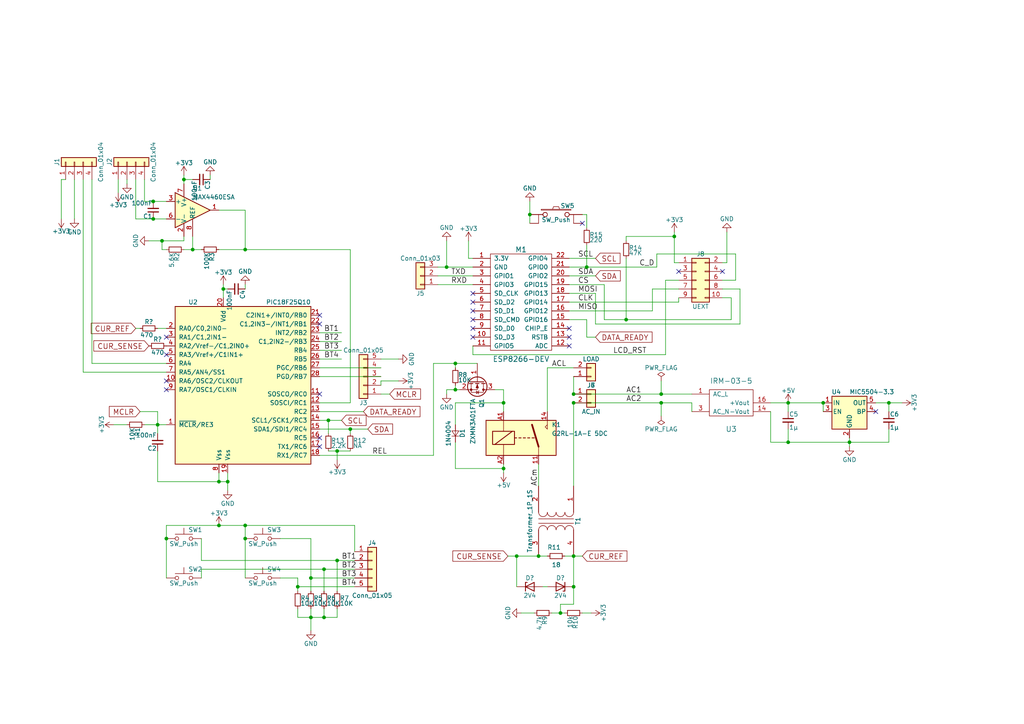
<source format=kicad_sch>
(kicad_sch (version 20211123) (generator eeschema)
  (paper "A4")
  (lib_symbols
    (symbol "Device:D_Zener" (pin_numbers hide) (pin_names (offset 1.016) hide)
      (property "Reference" "D" (at 0 2.54 0))
      (property "Value" "D_Zener" (at 0 -2.54 0))
      (symbol "D_Zener_1_1"
        (pin passive line (at -3.81 0 0) (length 2.54) (name "K") (number "1"))
        (pin passive line (at 3.81 0 180) (length 2.54) (name "A") (number "2"))
      )
    )
    (symbol "Device:R_Small" (pin_numbers hide) (pin_names (offset 0.254) hide)
      (property "Reference" "R" (at 0.762 0.508 0))
      (property "Value" "R_Small" (at 0.762 -1.016 0))
      (symbol "R_Small_1_1"
        (pin passive line (at 0 2.54 270) (length 0.762) (name "~") (number "1"))
        (pin passive line (at 0 -2.54 90) (length 0.762) (name "~") (number "2"))
      )
    )
    (symbol "connected_sensor-rescue:+3.3V" (power) (pin_names (offset 0))
      (property "Value" "connected_sensor-rescue_+3.3V" (at 0 3.556 0))
      (symbol "+3.3V_1_1"
        (pin power_in line (at 0 0 90) (length 0) hide (name "+3V3") (number "1"))
      )
    )
    (symbol "connected_sensor-rescue:+5V" (power) (pin_names (offset 0))
      (property "Value" "connected_sensor-rescue_+5V" (at 0 3.556 0))
      (symbol "+5V_1_1"
        (pin power_in line (at 0 0 90) (length 0) hide (name "+5V") (number "1"))
      )
    )
    (symbol "connected_sensor-rescue:5G" (pin_numbers hide) (pin_names (offset 1.016) hide)
      (property "Reference" "SW" (at 3.81 2.794 0))
      (property "Value" "connected_sensor-rescue_5G" (at 0 -2.032 0))
      (symbol "5G_0_1"
        (pin passive inverted (at -7.62 0 0) (length 5.08) (name "1") (number "1"))
        (pin passive inverted (at 7.62 0 180) (length 5.08) (name "3") (number "3"))
      )
      (symbol "5G_1_1"
        (pin passive line (at -7.62 -2.54 0) (length 2.54) (name "2") (number "2"))
        (pin passive line (at 7.62 -2.54 180) (length 2.54) (name "4") (number "4"))
      )
    )
    (symbol "connected_sensor-rescue:C_Small" (pin_numbers hide) (pin_names (offset 0.254) hide)
      (property "Reference" "C" (at 0.254 1.778 0))
      (property "Value" "connected_sensor-rescue_C_Small" (at 0.254 -2.032 0))
      (symbol "C_Small_1_1"
        (pin passive line (at 0 2.54 270) (length 2.032) (name "~") (number "1"))
        (pin passive line (at 0 -2.54 90) (length 2.032) (name "~") (number "2"))
      )
    )
    (symbol "connected_sensor-rescue:Conn_01x02" (pin_names (offset 1.016) hide)
      (property "Reference" "J" (at 0 2.54 0))
      (property "Value" "connected_sensor-rescue_Conn_01x02" (at 0 -5.08 0))
      (symbol "Conn_01x02_1_1"
        (pin passive line (at -5.08 0 0) (length 3.81) (name "Pin_1") (number "1"))
        (pin passive line (at -5.08 -2.54 0) (length 3.81) (name "Pin_2") (number "2"))
      )
    )
    (symbol "connected_sensor-rescue:Conn_01x03" (pin_names (offset 1.016) hide)
      (property "Reference" "J" (at 0 5.08 0))
      (property "Value" "connected_sensor-rescue_Conn_01x03" (at 0 -5.08 0))
      (symbol "Conn_01x03_1_1"
        (pin passive line (at -5.08 2.54 0) (length 3.81) (name "Pin_1") (number "1"))
        (pin passive line (at -5.08 0 0) (length 3.81) (name "Pin_2") (number "2"))
        (pin passive line (at -5.08 -2.54 0) (length 3.81) (name "Pin_3") (number "3"))
      )
    )
    (symbol "connected_sensor-rescue:Conn_01x04" (pin_names (offset 1.016) hide)
      (property "Reference" "J" (at 0 5.08 0))
      (property "Value" "connected_sensor-rescue_Conn_01x04" (at 0 -7.62 0))
      (symbol "Conn_01x04_1_1"
        (pin passive line (at -5.08 2.54 0) (length 3.81) (name "Pin_1") (number "1"))
        (pin passive line (at -5.08 0 0) (length 3.81) (name "Pin_2") (number "2"))
        (pin passive line (at -5.08 -2.54 0) (length 3.81) (name "Pin_3") (number "3"))
        (pin passive line (at -5.08 -5.08 0) (length 3.81) (name "Pin_4") (number "4"))
      )
    )
    (symbol "connected_sensor-rescue:Conn_01x05" (pin_names (offset 1.016) hide)
      (property "Reference" "J" (at 0 7.62 0))
      (property "Value" "connected_sensor-rescue_Conn_01x05" (at 0 -7.62 0))
      (symbol "Conn_01x05_1_1"
        (pin passive line (at -5.08 5.08 0) (length 3.81) (name "Pin_1") (number "1"))
        (pin passive line (at -5.08 2.54 0) (length 3.81) (name "Pin_2") (number "2"))
        (pin passive line (at -5.08 0 0) (length 3.81) (name "Pin_3") (number "3"))
        (pin passive line (at -5.08 -2.54 0) (length 3.81) (name "Pin_4") (number "4"))
        (pin passive line (at -5.08 -5.08 0) (length 3.81) (name "Pin_5") (number "5"))
      )
    )
    (symbol "connected_sensor-rescue:Conn_02x05_Odd_Even" (pin_names (offset 1.016) hide)
      (property "Reference" "J" (at 1.27 7.62 0))
      (property "Value" "connected_sensor-rescue_Conn_02x05_Odd_Even" (at 1.27 -7.62 0))
      (symbol "Conn_02x05_Odd_Even_1_1"
        (pin passive line (at -5.08 5.08 0) (length 3.81) (name "Pin_1") (number "1"))
        (pin passive line (at 7.62 -5.08 180) (length 3.81) (name "Pin_10") (number "10"))
        (pin passive line (at 7.62 5.08 180) (length 3.81) (name "Pin_2") (number "2"))
        (pin passive line (at -5.08 2.54 0) (length 3.81) (name "Pin_3") (number "3"))
        (pin passive line (at 7.62 2.54 180) (length 3.81) (name "Pin_4") (number "4"))
        (pin passive line (at -5.08 0 0) (length 3.81) (name "Pin_5") (number "5"))
        (pin passive line (at 7.62 0 180) (length 3.81) (name "Pin_6") (number "6"))
        (pin passive line (at -5.08 -2.54 0) (length 3.81) (name "Pin_7") (number "7"))
        (pin passive line (at 7.62 -2.54 180) (length 3.81) (name "Pin_8") (number "8"))
        (pin passive line (at -5.08 -5.08 0) (length 3.81) (name "Pin_9") (number "9"))
      )
    )
    (symbol "connected_sensor-rescue:D_Small" (pin_numbers hide) (pin_names (offset 0.254) hide)
      (property "Reference" "D" (at -1.27 2.032 0))
      (property "Value" "connected_sensor-rescue_D_Small" (at -3.81 -2.032 0))
      (symbol "D_Small_1_1"
        (pin passive line (at -2.54 0 0) (length 1.778) (name "K") (number "1"))
        (pin passive line (at 2.54 0 180) (length 1.778) (name "A") (number "2"))
      )
    )
    (symbol "connected_sensor-rescue:ESP8266-DEV" (pin_names (offset 1.016))
      (property "Reference" "M" (at 0 11.43 0))
      (property "Value" "connected_sensor-rescue_ESP8266-DEV" (at 0 -20.32 0))
      (symbol "ESP8266-DEV_1_1"
        (pin power_in line (at -13.97 8.89 0) (length 5.08) (name "3.3V") (number "1"))
        (pin bidirectional line (at -13.97 -13.97 0) (length 5.08) (name "SD_D3") (number "10"))
        (pin bidirectional line (at -13.97 -16.51 0) (length 5.08) (name "GPIO5") (number "11"))
        (pin input line (at 13.97 -16.51 180) (length 5.08) (name "ADC") (number "12"))
        (pin input line (at 13.97 -13.97 180) (length 5.08) (name "RSTB") (number "13"))
        (pin input line (at 13.97 -11.43 180) (length 5.08) (name "CHIP_E") (number "14"))
        (pin bidirectional line (at 13.97 -8.89 180) (length 5.08) (name "GPIO16") (number "15"))
        (pin bidirectional line (at 13.97 -6.35 180) (length 5.08) (name "GPIO12") (number "16"))
        (pin bidirectional line (at 13.97 -3.81 180) (length 5.08) (name "GPIO14") (number "17"))
        (pin bidirectional line (at 13.97 -1.27 180) (length 5.08) (name "GPIO13") (number "18"))
        (pin bidirectional line (at 13.97 1.27 180) (length 5.08) (name "GPIO15") (number "19"))
        (pin power_in line (at -13.97 6.35 0) (length 5.08) (name "GND") (number "2"))
        (pin bidirectional line (at 13.97 3.81 180) (length 5.08) (name "GPIO2") (number "20"))
        (pin bidirectional line (at 13.97 6.35 180) (length 5.08) (name "GPIO0") (number "21"))
        (pin bidirectional line (at 13.97 8.89 180) (length 5.08) (name "GPIO4") (number "22"))
        (pin bidirectional line (at -13.97 3.81 0) (length 5.08) (name "GPIO1") (number "3"))
        (pin bidirectional line (at -13.97 1.27 0) (length 5.08) (name "GPIO3") (number "4"))
        (pin bidirectional line (at -13.97 -1.27 0) (length 5.08) (name "SD_CLK") (number "5"))
        (pin bidirectional line (at -13.97 -3.81 0) (length 5.08) (name "SD_D2") (number "6"))
        (pin bidirectional line (at -13.97 -6.35 0) (length 5.08) (name "SD_D1") (number "7"))
        (pin bidirectional line (at -13.97 -8.89 0) (length 5.08) (name "SD_CMD") (number "8"))
        (pin bidirectional line (at -13.97 -11.43 0) (length 5.08) (name "SD_D0") (number "9"))
      )
    )
    (symbol "connected_sensor-rescue:GND" (power) (pin_names (offset 0))
      (property "Value" "connected_sensor-rescue_GND" (at 0 -3.81 0))
      (symbol "GND_1_1"
        (pin power_in line (at 0 0 270) (length 0) hide (name "GND") (number "1"))
      )
    )
    (symbol "connected_sensor-rescue:IRM-03" (pin_names (offset 1.016))
      (property "Reference" "U" (at 0 7.62 0))
      (property "Value" "connected_sensor-rescue_IRM-03" (at 0 -6.35 0))
      (symbol "IRM-03_1_1"
        (pin power_in line (at -11.43 -2.54 0) (length 5.08) (name "AC_L") (number "1"))
        (pin power_out line (at 11.43 2.54 180) (length 5.08) (name "-Vout") (number "14"))
        (pin power_out line (at 11.43 0 180) (length 5.08) (name "+Vout") (number "16"))
        (pin power_in line (at -11.43 2.54 0) (length 5.08) (name "AC_N") (number "3"))
      )
    )
    (symbol "connected_sensor-rescue:MAX4460ESA" (pin_names (offset 0.0254))
      (property "Reference" "U" (at 0 6.35 0))
      (property "Value" "connected_sensor-rescue_MAX4460ESA" (at 0 3.81 0))
      (symbol "MAX4460ESA_1_1"
        (pin output line (at 7.62 0 180) (length 2.54) (name "~") (number "1"))
        (pin power_in line (at -2.54 -7.62 90) (length 3.81) (name "V-") (number "2"))
        (pin input line (at -7.62 2.54 0) (length 2.54) (name "+") (number "3"))
        (pin input line (at -7.62 -2.54 0) (length 2.54) (name "-") (number "6"))
        (pin power_in line (at -2.54 7.62 270) (length 3.81) (name "V+") (number "7"))
        (pin input line (at 0 -7.62 90) (length 5.08) (name "REF") (number "8"))
      )
    )
    (symbol "connected_sensor-rescue:MIC5205-3.3" (pin_names (offset 0.254))
      (property "Reference" "U" (at -3.81 5.715 0))
      (property "Value" "connected_sensor-rescue_MIC5205-3.3" (at 0 5.715 0))
      (symbol "MIC5205-3.3_1_1"
        (pin power_in line (at -7.62 2.54 0) (length 2.54) (name "IN") (number "1"))
        (pin power_in line (at 0 -7.62 90) (length 2.54) (name "GND") (number "2"))
        (pin input line (at -7.62 0 0) (length 2.54) (name "EN") (number "3"))
        (pin input line (at 7.62 0 180) (length 2.54) (name "BP") (number "4"))
        (pin power_out line (at 7.62 2.54 180) (length 2.54) (name "OUT") (number "5"))
      )
    )
    (symbol "connected_sensor-rescue:PIC18F25Q10" (pin_names (offset 1.016))
      (property "Reference" "U" (at -17.78 24.13 0))
      (property "Value" "connected_sensor-rescue_PIC18F25Q10" (at 17.78 24.13 0))
      (symbol "PIC18F25Q10_1_1"
        (pin bidirectional line (at -24.13 -11.43 0) (length 2.54) (name "~{MCLR}/RE3") (number "1"))
        (pin input line (at -24.13 1.27 0) (length 2.54) (name "RA6/OSC2/CLKOUT") (number "10"))
        (pin bidirectional line (at 20.32 -2.54 180) (length 2.54) (name "SOSCO/RC0") (number "11"))
        (pin bidirectional line (at 20.32 -5.08 180) (length 2.54) (name "SOSCI/RC1") (number "12"))
        (pin bidirectional line (at 20.32 -7.62 180) (length 2.54) (name "RC2") (number "13"))
        (pin bidirectional line (at 20.32 -10.16 180) (length 2.54) (name "SCL1/SCK1/RC3") (number "14"))
        (pin bidirectional line (at 20.32 -12.7 180) (length 2.54) (name "SDA1/SDI1/RC4") (number "15"))
        (pin bidirectional line (at 20.32 -15.24 180) (length 2.54) (name "RC5") (number "16"))
        (pin bidirectional line (at 20.32 -17.78 180) (length 2.54) (name "TX1/RC6") (number "17"))
        (pin bidirectional line (at 20.32 -20.32 180) (length 2.54) (name "RX1/RC7") (number "18"))
        (pin power_in line (at -6.35 -25.4 90) (length 2.54) (name "Vss") (number "19"))
        (pin bidirectional line (at -24.13 16.51 0) (length 2.54) (name "RA0/C0,2IN0-") (number "2"))
        (pin power_in line (at -7.62 25.4 270) (length 2.54) (name "Vdd") (number "20"))
        (pin bidirectional line (at 20.32 20.32 180) (length 2.54) (name "C2IN1+/INT0/RB0") (number "21"))
        (pin bidirectional line (at 20.32 17.78 180) (length 2.54) (name "C1,2IN3-/INT1/RB1") (number "22"))
        (pin bidirectional line (at 20.32 15.24 180) (length 2.54) (name "INT2/RB2") (number "23"))
        (pin bidirectional line (at 20.32 12.7 180) (length 2.54) (name "C1,2IN2-/RB3") (number "24"))
        (pin bidirectional line (at 20.32 10.16 180) (length 2.54) (name "RB4") (number "25"))
        (pin bidirectional line (at 20.32 7.62 180) (length 2.54) (name "RB5") (number "26"))
        (pin bidirectional line (at 20.32 5.08 180) (length 2.54) (name "PGC/RB6") (number "27"))
        (pin bidirectional line (at 20.32 2.54 180) (length 2.54) (name "PGD/RB7") (number "28"))
        (pin bidirectional line (at -24.13 13.97 0) (length 2.54) (name "RA1/C1,2IN1-") (number "3"))
        (pin bidirectional line (at -24.13 11.43 0) (length 2.54) (name "RA2/Vref-/C1,2IN0+") (number "4"))
        (pin bidirectional line (at -24.13 8.89 0) (length 2.54) (name "RA3/Vref+/C1IN1+") (number "5"))
        (pin bidirectional line (at -24.13 6.35 0) (length 2.54) (name "RA4") (number "6"))
        (pin bidirectional line (at -24.13 3.81 0) (length 2.54) (name "RA5/AN4/SS1") (number "7"))
        (pin power_in line (at -8.89 -25.4 90) (length 2.54) (name "Vss") (number "8"))
        (pin input line (at -24.13 -1.27 0) (length 2.54) (name "RA7/OSC1/CLKIN") (number "9"))
      )
    )
    (symbol "connected_sensor-rescue:PWR_FLAG" (power) (pin_numbers hide) (pin_names (offset 0) hide)
      (property "Value" "connected_sensor-rescue_PWR_FLAG" (at 0 3.81 0))
      (symbol "PWR_FLAG_0_0"
        (pin power_out line (at 0 0 90) (length 0) (name "pwr") (number "1"))
      )
    )
    (symbol "connected_sensor-rescue:Q_NMOS_GSD" (pin_names (offset 0) hide)
      (property "Reference" "Q" (at 5.08 1.27 0))
      (property "Value" "connected_sensor-rescue_Q_NMOS_GSD" (at 5.08 -1.27 0))
      (symbol "Q_NMOS_GSD_1_1"
        (pin input line (at -5.08 0 0) (length 5.08) (name "G") (number "1"))
        (pin passive line (at 2.54 -5.08 90) (length 2.54) (name "S") (number "2"))
        (pin passive line (at 2.54 5.08 270) (length 2.54) (name "D") (number "3"))
      )
    )
    (symbol "connected_sensor-rescue:RM50-xx21" (pin_names (offset 1.016))
      (property "Reference" "K" (at 11.43 3.81 0))
      (property "Value" "connected_sensor-rescue_RM50-xx21" (at 11.43 1.27 0))
      (symbol "RM50-xx21_1_1"
        (pin passive line (at 5.08 -7.62 90) (length 2.54) (name "~") (number "11"))
        (pin passive line (at 7.62 7.62 270) (length 2.54) (name "~") (number "14"))
        (pin passive line (at -5.08 7.62 270) (length 2.54) (name "~") (number "A1"))
        (pin passive line (at -5.08 -7.62 90) (length 2.54) (name "~") (number "A2"))
      )
    )
    (symbol "connected_sensor-rescue:R_Small" (pin_numbers hide) (pin_names (offset 0.254) hide)
      (property "Reference" "R" (at 0.762 0.508 0))
      (property "Value" "connected_sensor-rescue_R_Small" (at 0.762 -1.016 0))
      (symbol "R_Small_1_1"
        (pin passive line (at 0 2.54 270) (length 0.762) (name "~") (number "1"))
        (pin passive line (at 0 -2.54 90) (length 0.762) (name "~") (number "2"))
      )
    )
    (symbol "connected_sensor-rescue:SW_Push" (pin_numbers hide) (pin_names (offset 1.016) hide)
      (property "Reference" "SW" (at 1.27 2.54 0))
      (property "Value" "connected_sensor-rescue_SW_Push" (at 0 -1.524 0))
      (symbol "SW_Push_0_1"
        (pin passive line (at -5.08 0 0) (length 2.54) (name "1") (number "1"))
        (pin passive line (at 5.08 0 180) (length 2.54) (name "2") (number "2"))
      )
    )
    (symbol "connected_sensor-rescue:Transformer_1P_1S" (pin_names (offset 1.016) hide)
      (property "Reference" "T" (at 0 6.35 0))
      (property "Value" "connected_sensor-rescue_Transformer_1P_1S" (at 0 -7.62 0))
      (symbol "Transformer_1P_1S_1_1"
        (pin passive line (at -10.16 5.08 0) (length 7.62) (name "AA") (number "1"))
        (pin passive line (at -10.16 -5.08 0) (length 7.62) (name "AB") (number "2"))
        (pin passive line (at 10.16 -5.08 180) (length 7.62) (name "SA") (number "3"))
        (pin passive line (at 10.16 5.08 180) (length 7.62) (name "SB") (number "4"))
      )
    )
  )
  (junction (at 195.58 68.58))
  (junction (at 170.18 77.47))
  (junction (at 71.12 156.21))
  (junction (at 166.37 114.3))
  (junction (at 55.88 72.39))
  (junction (at 191.77 114.3))
  (junction (at 257.81 116.84))
  (junction (at 63.5 139.7))
  (junction (at 64.77 83.82))
  (junction (at 166.37 170.18))
  (junction (at 166.37 161.29))
  (junction (at 93.98 165.1))
  (junction (at 90.17 167.64))
  (junction (at 101.6 124.46))
  (junction (at 48.26 156.21))
  (junction (at 149.86 161.29))
  (junction (at 132.08 113.03))
  (junction (at 153.67 62.23))
  (junction (at 166.37 116.84))
  (junction (at 63.5 152.4))
  (junction (at 181.61 92.71))
  (junction (at 45.72 123.19))
  (junction (at 146.05 135.89))
  (junction (at 228.6 116.84))
  (junction (at 129.54 77.47))
  (junction (at 71.12 72.39))
  (junction (at 53.34 52.07))
  (junction (at 93.98 179.07))
  (junction (at 71.12 152.4))
  (junction (at 191.77 116.84))
  (junction (at 156.21 161.29))
  (junction (at 44.45 63.5))
  (junction (at 246.38 128.27))
  (junction (at 44.45 58.42))
  (junction (at 86.36 170.18))
  (junction (at 97.79 162.56))
  (junction (at 66.04 139.7))
  (junction (at 238.76 116.84))
  (junction (at 132.08 105.41))
  (junction (at 162.56 177.8))
  (junction (at 46.99 69.85))
  (junction (at 95.25 121.92))
  (junction (at 146.05 116.84))
  (junction (at 90.17 179.07))
  (junction (at 97.79 130.81))
  (junction (at 228.6 128.27))
  (no_connect (at 92.71 91.44))
  (no_connect (at 48.26 102.87))
  (no_connect (at 92.71 127))
  (no_connect (at 254 119.38))
  (no_connect (at 137.16 97.79))
  (no_connect (at 165.1 100.33))
  (no_connect (at 137.16 95.25))
  (no_connect (at 137.16 85.09))
  (no_connect (at 196.85 78.74))
  (no_connect (at 209.55 78.74))
  (no_connect (at 168.91 64.77))
  (no_connect (at 137.16 92.71))
  (no_connect (at 48.26 97.79))
  (no_connect (at 137.16 90.17))
  (no_connect (at 165.1 95.25))
  (no_connect (at 48.26 110.49))
  (no_connect (at 48.26 113.03))
  (no_connect (at 92.71 93.98))
  (no_connect (at 165.1 97.79))
  (no_connect (at 137.16 87.63))
  (no_connect (at 92.71 114.3))
  (no_connect (at 92.71 129.54))
  (wire (pts (xy 41.91 123.19) (xy 45.72 123.19)))
  (wire (pts (xy 165.1 77.47) (xy 170.18 77.47)))
  (wire (pts (xy 257.81 128.27) (xy 257.81 124.46)))
  (wire (pts (xy 166.37 170.18) (xy 166.37 175.26)))
  (wire (pts (xy 92.71 106.68) (xy 110.49 106.68)))
  (wire (pts (xy 191.77 116.84) (xy 191.77 120.65)))
  (wire (pts (xy 97.79 130.81) (xy 97.79 133.35)))
  (wire (pts (xy 153.67 62.23) (xy 153.67 64.77)))
  (wire (pts (xy 115.57 104.14) (xy 110.49 104.14)))
  (wire (pts (xy 105.41 119.38) (xy 92.71 119.38)))
  (wire (pts (xy 153.67 58.42) (xy 153.67 62.23)))
  (wire (pts (xy 24.13 107.95) (xy 48.26 107.95)))
  (wire (pts (xy 113.03 114.3) (xy 110.49 114.3)))
  (wire (pts (xy 66.04 139.7) (xy 66.04 142.24)))
  (wire (pts (xy 129.54 77.47) (xy 137.16 77.47)))
  (wire (pts (xy 212.09 92.71) (xy 212.09 86.36)))
  (wire (pts (xy 228.6 124.46) (xy 228.6 128.27)))
  (wire (pts (xy 92.71 109.22) (xy 110.49 109.22)))
  (wire (pts (xy 44.45 58.42) (xy 48.26 58.42)))
  (wire (pts (xy 166.37 116.84) (xy 166.37 140.97)))
  (wire (pts (xy 132.08 135.89) (xy 132.08 128.27)))
  (wire (pts (xy 191.77 116.84) (xy 200.66 116.84)))
  (wire (pts (xy 195.58 76.2) (xy 196.85 76.2)))
  (wire (pts (xy 53.34 52.07) (xy 53.34 53.34)))
  (wire (pts (xy 101.6 124.46) (xy 106.68 124.46)))
  (wire (pts (xy 86.36 170.18) (xy 102.87 170.18)))
  (wire (pts (xy 90.17 176.53) (xy 90.17 179.07)))
  (wire (pts (xy 93.98 171.45) (xy 93.98 165.1)))
  (wire (pts (xy 48.26 152.4) (xy 63.5 152.4)))
  (wire (pts (xy 19.05 52.07) (xy 17.78 52.07)))
  (wire (pts (xy 58.42 165.1) (xy 93.98 165.1)))
  (wire (pts (xy 127 77.47) (xy 129.54 77.47)))
  (wire (pts (xy 48.26 156.21) (xy 48.26 167.64)))
  (wire (pts (xy 223.52 119.38) (xy 223.52 128.27)))
  (wire (pts (xy 146.05 134.62) (xy 146.05 135.89)))
  (wire (pts (xy 165.1 85.09) (xy 172.72 85.09)))
  (wire (pts (xy 55.88 72.39) (xy 58.42 72.39)))
  (wire (pts (xy 158.75 106.68) (xy 166.37 106.68)))
  (wire (pts (xy 86.36 170.18) (xy 86.36 171.45)))
  (wire (pts (xy 181.61 92.71) (xy 212.09 92.71)))
  (wire (pts (xy 95.25 121.92) (xy 99.06 121.92)))
  (wire (pts (xy 86.36 179.07) (xy 90.17 179.07)))
  (wire (pts (xy 170.18 92.71) (xy 165.1 92.71)))
  (wire (pts (xy 156.21 134.62) (xy 156.21 140.97)))
  (wire (pts (xy 162.56 175.26) (xy 162.56 177.8)))
  (wire (pts (xy 246.38 128.27) (xy 246.38 129.54)))
  (wire (pts (xy 154.94 177.8) (xy 151.13 177.8)))
  (wire (pts (xy 246.38 128.27) (xy 257.81 128.27)))
  (wire (pts (xy 135.89 74.93) (xy 137.16 74.93)))
  (wire (pts (xy 135.89 69.85) (xy 135.89 74.93)))
  (wire (pts (xy 254 116.84) (xy 257.81 116.84)))
  (wire (pts (xy 190.5 77.47) (xy 190.5 73.66)))
  (wire (pts (xy 66.04 83.82) (xy 64.77 83.82)))
  (wire (pts (xy 81.28 167.64) (xy 86.36 167.64)))
  (wire (pts (xy 86.36 167.64) (xy 86.36 170.18)))
  (wire (pts (xy 81.28 156.21) (xy 90.17 156.21)))
  (wire (pts (xy 157.48 170.18) (xy 158.75 170.18)))
  (wire (pts (xy 175.26 92.71) (xy 181.61 92.71)))
  (wire (pts (xy 246.38 127) (xy 246.38 128.27)))
  (wire (pts (xy 223.52 128.27) (xy 228.6 128.27)))
  (wire (pts (xy 63.5 60.96) (xy 71.12 60.96)))
  (wire (pts (xy 45.72 139.7) (xy 63.5 139.7)))
  (wire (pts (xy 127 80.01) (xy 137.16 80.01)))
  (wire (pts (xy 166.37 114.3) (xy 191.77 114.3)))
  (wire (pts (xy 86.36 176.53) (xy 86.36 179.07)))
  (wire (pts (xy 146.05 116.84) (xy 146.05 119.38)))
  (wire (pts (xy 172.72 93.98) (xy 214.63 93.98)))
  (wire (pts (xy 146.05 135.89) (xy 146.05 137.16)))
  (wire (pts (xy 21.59 52.07) (xy 21.59 63.5)))
  (wire (pts (xy 53.34 50.8) (xy 53.34 52.07)))
  (wire (pts (xy 165.1 82.55) (xy 175.26 82.55)))
  (wire (pts (xy 45.72 119.38) (xy 45.72 123.19)))
  (wire (pts (xy 228.6 116.84) (xy 238.76 116.84)))
  (wire (pts (xy 228.6 128.27) (xy 246.38 128.27)))
  (wire (pts (xy 63.5 139.7) (xy 66.04 139.7)))
  (wire (pts (xy 214.63 93.98) (xy 214.63 83.82)))
  (wire (pts (xy 166.37 161.29) (xy 166.37 170.18)))
  (wire (pts (xy 110.49 110.49) (xy 110.49 111.76)))
  (wire (pts (xy 39.37 63.5) (xy 44.45 63.5)))
  (wire (pts (xy 53.34 72.39) (xy 55.88 72.39)))
  (wire (pts (xy 196.85 81.28) (xy 193.04 81.28)))
  (wire (pts (xy 45.72 123.19) (xy 45.72 125.73)))
  (wire (pts (xy 66.04 137.16) (xy 66.04 139.7)))
  (wire (pts (xy 168.91 177.8) (xy 171.45 177.8)))
  (wire (pts (xy 92.71 124.46) (xy 101.6 124.46)))
  (wire (pts (xy 60.96 50.8) (xy 60.96 52.07)))
  (wire (pts (xy 92.71 101.6) (xy 99.06 101.6)))
  (wire (pts (xy 48.26 72.39) (xy 46.99 72.39)))
  (wire (pts (xy 24.13 52.07) (xy 24.13 107.95)))
  (wire (pts (xy 90.17 179.07) (xy 93.98 179.07)))
  (wire (pts (xy 93.98 165.1) (xy 102.87 165.1)))
  (wire (pts (xy 129.54 113.03) (xy 129.54 114.3)))
  (wire (pts (xy 44.45 63.5) (xy 48.26 63.5)))
  (wire (pts (xy 181.61 68.58) (xy 195.58 68.58)))
  (wire (pts (xy 191.77 114.3) (xy 200.66 114.3)))
  (wire (pts (xy 97.79 171.45) (xy 97.79 162.56)))
  (wire (pts (xy 195.58 68.58) (xy 195.58 76.2)))
  (wire (pts (xy 196.85 87.63) (xy 196.85 86.36)))
  (wire (pts (xy 95.25 130.81) (xy 97.79 130.81)))
  (wire (pts (xy 93.98 179.07) (xy 97.79 179.07)))
  (wire (pts (xy 55.88 52.07) (xy 53.34 52.07)))
  (wire (pts (xy 115.57 110.49) (xy 110.49 110.49)))
  (wire (pts (xy 189.23 90.17) (xy 189.23 83.82)))
  (wire (pts (xy 170.18 62.23) (xy 168.91 62.23)))
  (wire (pts (xy 97.79 162.56) (xy 102.87 162.56)))
  (wire (pts (xy 210.82 67.31) (xy 210.82 76.2)))
  (wire (pts (xy 165.1 74.93) (xy 172.72 74.93)))
  (wire (pts (xy 213.36 73.66) (xy 213.36 81.28)))
  (wire (pts (xy 172.72 97.79) (xy 170.18 97.79)))
  (wire (pts (xy 71.12 156.21) (xy 71.12 167.64)))
  (wire (pts (xy 90.17 156.21) (xy 90.17 167.64)))
  (wire (pts (xy 170.18 77.47) (xy 190.5 77.47)))
  (wire (pts (xy 26.67 105.41) (xy 26.67 52.07)))
  (wire (pts (xy 125.73 132.08) (xy 125.73 105.41)))
  (wire (pts (xy 132.08 113.03) (xy 133.35 113.03)))
  (wire (pts (xy 45.72 130.81) (xy 45.72 139.7)))
  (wire (pts (xy 156.21 161.29) (xy 158.75 161.29)))
  (wire (pts (xy 97.79 130.81) (xy 101.6 130.81)))
  (wire (pts (xy 175.26 82.55) (xy 175.26 92.71)))
  (wire (pts (xy 53.34 69.85) (xy 53.34 68.58)))
  (wire (pts (xy 58.42 162.56) (xy 58.42 156.21)))
  (wire (pts (xy 257.81 119.38) (xy 257.81 116.84)))
  (wire (pts (xy 238.76 116.84) (xy 238.76 119.38)))
  (wire (pts (xy 92.71 121.92) (xy 95.25 121.92)))
  (wire (pts (xy 43.18 69.85) (xy 46.99 69.85)))
  (wire (pts (xy 143.51 113.03) (xy 146.05 113.03)))
  (wire (pts (xy 71.12 83.82) (xy 71.12 82.55)))
  (wire (pts (xy 146.05 116.84) (xy 132.08 116.84)))
  (wire (pts (xy 36.83 53.34) (xy 36.83 52.07)))
  (wire (pts (xy 129.54 69.85) (xy 129.54 77.47)))
  (wire (pts (xy 132.08 105.41) (xy 138.43 105.41)))
  (wire (pts (xy 46.99 69.85) (xy 53.34 69.85)))
  (wire (pts (xy 101.6 72.39) (xy 101.6 116.84)))
  (wire (pts (xy 63.5 137.16) (xy 63.5 139.7)))
  (wire (pts (xy 55.88 68.58) (xy 55.88 72.39)))
  (wire (pts (xy 41.91 58.42) (xy 44.45 58.42)))
  (wire (pts (xy 92.71 96.52) (xy 99.06 96.52)))
  (wire (pts (xy 213.36 81.28) (xy 209.55 81.28)))
  (wire (pts (xy 166.37 161.29) (xy 168.91 161.29)))
  (wire (pts (xy 212.09 86.36) (xy 209.55 86.36)))
  (wire (pts (xy 200.66 116.84) (xy 200.66 119.38)))
  (wire (pts (xy 45.72 95.25) (xy 48.26 95.25)))
  (wire (pts (xy 71.12 152.4) (xy 102.87 152.4)))
  (wire (pts (xy 92.71 104.14) (xy 99.06 104.14)))
  (wire (pts (xy 48.26 152.4) (xy 48.26 156.21)))
  (wire (pts (xy 63.5 72.39) (xy 71.12 72.39)))
  (wire (pts (xy 146.05 113.03) (xy 146.05 116.84)))
  (wire (pts (xy 33.02 123.19) (xy 36.83 123.19)))
  (wire (pts (xy 149.86 161.29) (xy 156.21 161.29)))
  (wire (pts (xy 132.08 113.03) (xy 132.08 111.76)))
  (wire (pts (xy 132.08 116.84) (xy 132.08 123.19)))
  (wire (pts (xy 137.16 102.87) (xy 137.16 100.33)))
  (wire (pts (xy 147.32 161.29) (xy 149.86 161.29)))
  (wire (pts (xy 146.05 135.89) (xy 132.08 135.89)))
  (wire (pts (xy 257.81 116.84) (xy 261.62 116.84)))
  (wire (pts (xy 26.67 105.41) (xy 48.26 105.41)))
  (wire (pts (xy 214.63 83.82) (xy 209.55 83.82)))
  (wire (pts (xy 71.12 72.39) (xy 101.6 72.39)))
  (wire (pts (xy 165.1 87.63) (xy 196.85 87.63)))
  (wire (pts (xy 149.86 161.29) (xy 149.86 170.18)))
  (wire (pts (xy 40.64 119.38) (xy 45.72 119.38)))
  (wire (pts (xy 223.52 116.84) (xy 228.6 116.84)))
  (wire (pts (xy 64.77 83.82) (xy 64.77 86.36)))
  (wire (pts (xy 190.5 73.66) (xy 213.36 73.66)))
  (wire (pts (xy 39.37 52.07) (xy 39.37 63.5)))
  (wire (pts (xy 170.18 77.47) (xy 170.18 71.12)))
  (wire (pts (xy 166.37 116.84) (xy 191.77 116.84)))
  (wire (pts (xy 193.04 102.87) (xy 137.16 102.87)))
  (wire (pts (xy 39.37 95.25) (xy 40.64 95.25)))
  (wire (pts (xy 92.71 99.06) (xy 99.06 99.06)))
  (wire (pts (xy 170.18 97.79) (xy 170.18 92.71)))
  (wire (pts (xy 97.79 179.07) (xy 97.79 176.53)))
  (wire (pts (xy 58.42 165.1) (xy 58.42 167.64)))
  (wire (pts (xy 129.54 113.03) (xy 132.08 113.03)))
  (wire (pts (xy 191.77 114.3) (xy 191.77 110.49)))
  (wire (pts (xy 64.77 82.55) (xy 64.77 83.82)))
  (wire (pts (xy 58.42 162.56) (xy 97.79 162.56)))
  (wire (pts (xy 41.91 52.07) (xy 41.91 58.42)))
  (wire (pts (xy 160.02 177.8) (xy 162.56 177.8)))
  (wire (pts (xy 193.04 81.28) (xy 193.04 102.87)))
  (wire (pts (xy 125.73 105.41) (xy 132.08 105.41)))
  (wire (pts (xy 90.17 167.64) (xy 90.17 171.45)))
  (wire (pts (xy 158.75 119.38) (xy 158.75 106.68)))
  (wire (pts (xy 90.17 167.64) (xy 102.87 167.64)))
  (wire (pts (xy 101.6 125.73) (xy 101.6 124.46)))
  (wire (pts (xy 95.25 125.73) (xy 95.25 121.92)))
  (wire (pts (xy 228.6 116.84) (xy 228.6 119.38)))
  (wire (pts (xy 127 82.55) (xy 137.16 82.55)))
  (wire (pts (xy 170.18 62.23) (xy 170.18 66.04)))
  (wire (pts (xy 166.37 175.26) (xy 162.56 175.26)))
  (wire (pts (xy 71.12 60.96) (xy 71.12 72.39)))
  (wire (pts (xy 63.5 152.4) (xy 71.12 152.4)))
  (wire (pts (xy 132.08 106.68) (xy 132.08 105.41)))
  (wire (pts (xy 92.71 132.08) (xy 125.73 132.08)))
  (wire (pts (xy 172.72 85.09) (xy 172.72 93.98)))
  (wire (pts (xy 210.82 76.2) (xy 209.55 76.2)))
  (wire (pts (xy 34.29 52.07) (xy 34.29 55.88)))
  (wire (pts (xy 17.78 52.07) (xy 17.78 63.5)))
  (wire (pts (xy 102.87 152.4) (xy 102.87 160.02)))
  (wire (pts (xy 189.23 83.82) (xy 196.85 83.82)))
  (wire (pts (xy 165.1 80.01) (xy 172.72 80.01)))
  (wire (pts (xy 71.12 152.4) (xy 71.12 156.21)))
  (wire (pts (xy 163.83 161.29) (xy 166.37 161.29)))
  (wire (pts (xy 181.61 74.93) (xy 181.61 92.71)))
  (wire (pts (xy 90.17 179.07) (xy 90.17 182.88)))
  (wire (pts (xy 165.1 90.17) (xy 189.23 90.17)))
  (wire (pts (xy 181.61 68.58) (xy 181.61 69.85)))
  (wire (pts (xy 45.72 123.19) (xy 48.26 123.19)))
  (wire (pts (xy 195.58 67.31) (xy 195.58 68.58)))
  (wire (pts (xy 93.98 179.07) (xy 93.98 176.53)))
  (wire (pts (xy 162.56 177.8) (xy 163.83 177.8)))
  (wire (pts (xy 101.6 116.84) (xy 92.71 116.84)))
  (wire (pts (xy 166.37 109.22) (xy 166.37 114.3)))
  (wire (pts (xy 46.99 72.39) (xy 46.99 69.85)))
  (label "MOSI" (at 167.64 85.09 0) (effects (font (size 1.524 1.524))))
  (label "BT2" (at 93.98 99.06 0) (effects (font (size 1.524 1.524))))
  (label "BT4" (at 99.06 170.18 0) (effects (font (size 1.524 1.524))))
  (label "BT1" (at 99.06 162.56 0) (effects (font (size 1.524 1.524))))
  (label "SDA" (at 167.64 80.01 0) (effects (font (size 1.524 1.524))))
  (label "C_D" (at 185.42 77.47 0) (effects (font (size 1.524 1.524))))
  (label "RXD" (at 130.81 82.55 0) (effects (font (size 1.524 1.524))))
  (label "ACm" (at 156.21 140.97 90) (effects (font (size 1.524 1.524))))
  (label "SCL" (at 167.64 74.93 0) (effects (font (size 1.524 1.524))))
  (label "REL" (at 107.95 132.08 0) (effects (font (size 1.524 1.524))))
  (label "CLK" (at 167.64 87.63 0) (effects (font (size 1.524 1.524))))
  (label "BT3" (at 93.98 101.6 0) (effects (font (size 1.524 1.524))))
  (label "CS" (at 167.64 82.55 0) (effects (font (size 1.524 1.524))))
  (label "BT4" (at 93.98 104.14 0) (effects (font (size 1.524 1.524))))
  (label "MISO" (at 167.64 90.17 0) (effects (font (size 1.524 1.524))))
  (label "BT2" (at 99.06 165.1 0) (effects (font (size 1.524 1.524))))
  (label "TXD" (at 130.81 80.01 0) (effects (font (size 1.524 1.524))))
  (label "AC1" (at 181.61 114.3 0) (effects (font (size 1.524 1.524))))
  (label "BT1" (at 93.98 96.52 0) (effects (font (size 1.524 1.524))))
  (label "BT3" (at 99.06 167.64 0) (effects (font (size 1.524 1.524))))
  (label "AC2" (at 181.61 116.84 0) (effects (font (size 1.524 1.524))))
  (label "LCD_RST" (at 177.8 102.87 0) (effects (font (size 1.524 1.524))))
  (label "ACL" (at 160.02 106.68 0) (effects (font (size 1.524 1.524))))
  (global_label "SCL" (shape input) (at 172.72 74.93 0) (effects (font (size 1.524 1.524))) (property "Intersheet References" "${INTERSHEET_REFS}" (effects hide)))
  (global_label "DATA_READY" (shape input) (at 172.72 97.79 0) (effects (font (size 1.524 1.524))) (property "Intersheet References" "${INTERSHEET_REFS}" (effects hide)))
  (global_label "SDA" (shape input) (at 172.72 80.01 0) (effects (font (size 1.524 1.524))) (property "Intersheet References" "${INTERSHEET_REFS}" (effects hide)))
  (global_label "CUR_REF" (shape input) (at 168.91 161.29 0) (effects (font (size 1.524 1.524))) (property "Intersheet References" "${INTERSHEET_REFS}" (effects hide)))
  (global_label "CUR_REF" (shape input) (at 39.37 95.25 180) (effects (font (size 1.524 1.524))) (property "Intersheet References" "${INTERSHEET_REFS}" (effects hide)))
  (global_label "SDA" (shape input) (at 106.68 124.46 0) (effects (font (size 1.524 1.524))) (property "Intersheet References" "${INTERSHEET_REFS}" (effects hide)))
  (global_label "CUR_SENSE" (shape input) (at 147.32 161.29 180) (effects (font (size 1.524 1.524))) (property "Intersheet References" "${INTERSHEET_REFS}" (effects hide)))
  (global_label "DATA_READY" (shape input) (at 105.41 119.38 0) (effects (font (size 1.524 1.524))) (property "Intersheet References" "${INTERSHEET_REFS}" (effects hide)))
  (global_label "MCLR" (shape input) (at 113.03 114.3 0) (effects (font (size 1.524 1.524))) (property "Intersheet References" "${INTERSHEET_REFS}" (effects hide)))
  (global_label "CUR_SENSE" (shape input) (at 43.18 100.33 180) (effects (font (size 1.524 1.524))) (property "Intersheet References" "${INTERSHEET_REFS}" (effects hide)))
  (global_label "SCL" (shape input) (at 99.06 121.92 0) (effects (font (size 1.524 1.524))) (property "Intersheet References" "${INTERSHEET_REFS}" (effects hide)))
  (global_label "MCLR" (shape input) (at 40.64 119.38 180) (effects (font (size 1.524 1.524))) (property "Intersheet References" "${INTERSHEET_REFS}" (effects hide)))
  (symbol (lib_id "connected_sensor-rescue:ESP8266-DEV") (at 151.13 83.82 0) (unit 1)
    (property "Reference" "M1" (at 151.13 72.39 0) (effects (font (size 1.524 1.524))))
    (property "Value" "ESP8266-DEV" (at 151.13 104.14 0) (effects (font (size 1.524 1.524))))
    (property "Footprint" "local:ESP8266-DEV" (effects hide))
  )
  (symbol (lib_id "connected_sensor-rescue:+3.3V") (at 135.89 69.85 0) (unit 1)
    (property "Reference" "#PWR01" (effects hide))
    (property "Value" "+3.3V" (at 135.89 66.294 0))
  )
  (symbol (lib_id "connected_sensor-rescue:+3.3V") (at 195.58 67.31 0) (unit 1)
    (property "Reference" "#PWR02" (effects hide))
    (property "Value" "+3.3V" (at 195.58 63.754 0))
  )
  (symbol (lib_id "connected_sensor-rescue:GND") (at 129.54 69.85 180) (unit 1)
    (property "Reference" "#PWR03" (effects hide))
    (property "Value" "GND" (at 129.54 66.04 0))
  )
  (symbol (lib_id "connected_sensor-rescue:GND") (at 210.82 67.31 180) (unit 1)
    (property "Reference" "#PWR04" (effects hide))
    (property "Value" "GND" (at 210.82 63.5 0))
  )
  (symbol (lib_id "connected_sensor-rescue:Conn_02x05_Odd_Even") (at 201.93 81.28 0) (unit 1)
    (property "Reference" "J8" (at 203.2 73.66 0))
    (property "Value" "UEXT" (at 203.2 88.9 0))
    (property "Footprint" "Pin_Headers:Pin_Header_Straight_2x05_Pitch2.54mm" (effects hide))
  )
  (symbol (lib_id "connected_sensor-rescue:R_Small") (at 95.25 128.27 0) (unit 1)
    (property "Reference" "R13" (at 96.012 127.762 0) (effects (justify left)))
    (property "Value" "2.2K" (at 96.012 129.286 0) (effects (justify left)))
    (property "Footprint" "Resistors_THT:R_Axial_DIN0204_L3.6mm_D1.6mm_P7.62mm_Horizontal" (effects hide))
  )
  (symbol (lib_id "connected_sensor-rescue:R_Small") (at 101.6 128.27 0) (unit 1)
    (property "Reference" "R12" (at 102.362 127.762 0) (effects (justify left)))
    (property "Value" "NA" (at 102.362 129.286 0) (effects (justify left)))
    (property "Footprint" "Resistors_THT:R_Axial_DIN0204_L3.6mm_D1.6mm_P7.62mm_Horizontal" (effects hide))
  )
  (symbol (lib_id "connected_sensor-rescue:Conn_01x03") (at 121.92 80.01 180) (unit 1)
    (property "Reference" "J5" (at 121.92 85.09 0))
    (property "Value" "Conn_01x03" (at 121.92 74.93 0))
    (property "Footprint" "Pin_Headers:Pin_Header_Straight_1x03_Pitch2.54mm" (effects hide))
  )
  (symbol (lib_id "connected_sensor-rescue:RM50-xx21") (at 151.13 127 0) (unit 1)
    (property "Reference" "K1" (at 160.02 123.19 0) (effects (justify left)))
    (property "Value" "G2RL-1A-E 5DC " (at 160.02 125.73 0) (effects (justify left)))
    (property "Footprint" "Relays_THT:Relay_SPST_Schrack-RT1-16A-FormA_RM5mm" (effects hide))
  )
  (symbol (lib_id "connected_sensor-rescue:D_Small") (at 132.08 125.73 270) (mirror x) (unit 1)
    (property "Reference" "D1" (at 134.112 127 0) (effects (justify left)))
    (property "Value" "1N4004" (at 130.048 129.54 0) (effects (justify left)))
    (property "Footprint" "Resistors_THT:R_Axial_DIN0207_L6.3mm_D2.5mm_P7.62mm_Horizontal" (effects hide))
  )
  (symbol (lib_id "connected_sensor-rescue:+5V") (at 146.05 137.16 180) (unit 1)
    (property "Reference" "#PWR05" (effects hide))
    (property "Value" "+5V" (at 146.05 140.716 0))
  )
  (symbol (lib_id "connected_sensor-rescue:Q_NMOS_GSD") (at 138.43 110.49 270) (unit 1)
    (property "Reference" "Q1" (at 139.7 115.57 0) (effects (justify left)))
    (property "Value" "ZXMN3A01FTA " (at 137.16 115.57 0) (effects (justify left)))
    (property "Footprint" "TO_SOT_Packages_SMD:SOT-23" (effects hide))
  )
  (symbol (lib_id "connected_sensor-rescue:GND") (at 129.54 114.3 0) (unit 1)
    (property "Reference" "#PWR06" (effects hide))
    (property "Value" "GND" (at 129.54 118.11 0))
  )
  (symbol (lib_id "connected_sensor-rescue:R_Small") (at 132.08 109.22 0) (unit 1)
    (property "Reference" "R8" (at 132.842 108.712 0) (effects (justify left)))
    (property "Value" "10K" (at 132.842 110.236 0) (effects (justify left)))
    (property "Footprint" "Resistors_SMD:R_1210_HandSoldering" (effects hide))
  )
  (symbol (lib_id "connected_sensor-rescue:Conn_01x02") (at 171.45 114.3 0) (unit 1)
    (property "Reference" "J6" (at 171.45 111.76 0))
    (property "Value" "AC_IN" (at 171.45 119.38 0))
    (property "Footprint" "phoenix-local:1017491" (effects hide))
  )
  (symbol (lib_id "connected_sensor-rescue:Conn_01x02") (at 171.45 109.22 0) (mirror x) (unit 1)
    (property "Reference" "J7" (at 171.45 111.76 0))
    (property "Value" "LOAD" (at 171.45 104.14 0))
    (property "Footprint" "phoenix-local:1017491" (effects hide))
  )
  (symbol (lib_id "connected_sensor-rescue:PIC18F25Q10") (at 72.39 111.76 0) (unit 1)
    (property "Reference" "U2" (at 54.61 87.63 0) (effects (justify left)))
    (property "Value" "PIC18F25Q10" (at 90.17 87.63 0) (effects (justify right)))
    (property "Footprint" "Housings_DIP:DIP-28_W7.62mm_LongPads" (effects hide))
  )
  (symbol (lib_id "connected_sensor-rescue:+3.3V") (at 64.77 82.55 0) (unit 1)
    (property "Reference" "#PWR07" (effects hide))
    (property "Value" "+3.3V" (at 64.77 78.994 0))
  )
  (symbol (lib_id "connected_sensor-rescue:GND") (at 71.12 82.55 180) (unit 1)
    (property "Reference" "#PWR08" (effects hide))
    (property "Value" "GND" (at 71.12 78.74 0))
  )
  (symbol (lib_id "connected_sensor-rescue:GND") (at 66.04 142.24 0) (unit 1)
    (property "Reference" "#PWR09" (effects hide))
    (property "Value" "GND" (at 66.04 146.05 0))
  )
  (symbol (lib_id "connected_sensor-rescue:C_Small") (at 68.58 83.82 270) (unit 1)
    (property "Reference" "C4" (at 70.358 84.074 0) (effects (justify left)))
    (property "Value" "100nF" (at 66.548 84.074 0) (effects (justify left)))
    (property "Footprint" "Capacitors_SMD:C_0603_HandSoldering" (effects hide))
  )
  (symbol (lib_id "connected_sensor-rescue:GND") (at 115.57 104.14 90) (unit 1)
    (property "Reference" "#PWR010" (effects hide))
    (property "Value" "GND" (at 119.38 104.14 0))
  )
  (symbol (lib_id "connected_sensor-rescue:R_Small") (at 39.37 123.19 270) (unit 1)
    (property "Reference" "R1" (at 39.878 123.952 0) (effects (justify left)))
    (property "Value" "10K" (at 38.354 123.952 0) (effects (justify left)))
    (property "Footprint" "Resistors_SMD:R_1210_HandSoldering" (effects hide))
  )
  (symbol (lib_id "connected_sensor-rescue:+3.3V") (at 33.02 123.19 90) (unit 1)
    (property "Reference" "#PWR011" (effects hide))
    (property "Value" "+3.3V" (at 29.464 123.19 0))
  )
  (symbol (lib_id "connected_sensor-rescue:C_Small") (at 45.72 128.27 180) (unit 1)
    (property "Reference" "C2" (at 45.466 130.048 0) (effects (justify left)))
    (property "Value" "100nF" (at 45.466 126.238 0) (effects (justify left)))
    (property "Footprint" "Capacitors_SMD:C_0603_HandSoldering" (effects hide))
  )
  (symbol (lib_id "connected_sensor-rescue:Transformer_1P_1S") (at 161.29 151.13 270) (unit 1)
    (property "Reference" "T1" (at 167.64 151.13 0))
    (property "Value" "Transformer_1P_1S" (at 153.67 151.13 0))
    (property "Footprint" "local:CSE187-LP" (effects hide))
    (property "P/N" "CSE187L-P" (effects hide))
  )
  (symbol (lib_id "connected_sensor-rescue:R_Small") (at 161.29 161.29 270) (unit 1)
    (property "Reference" "R11" (at 158.75 158.75 90) (effects (justify left)))
    (property "Value" "18" (at 160.02 163.83 90) (effects (justify left)))
    (property "Footprint" "Resistors_THT:R_Axial_DIN0204_L3.6mm_D1.6mm_P7.62mm_Horizontal" (effects hide))
  )
  (symbol (lib_id "connected_sensor-rescue:R_Small") (at 166.37 177.8 270) (unit 1)
    (property "Reference" "R10" (at 166.878 178.562 0) (effects (justify left)))
    (property "Value" "10k" (at 165.354 178.562 0) (effects (justify left)))
    (property "Footprint" "Resistors_SMD:R_1210_HandSoldering" (effects hide))
  )
  (symbol (lib_id "connected_sensor-rescue:R_Small") (at 157.48 177.8 270) (unit 1)
    (property "Reference" "R9" (at 157.988 178.562 0) (effects (justify left)))
    (property "Value" "4.7k" (at 156.464 178.562 0) (effects (justify left)))
    (property "Footprint" "Resistors_THT:R_Axial_DIN0204_L3.6mm_D1.6mm_P7.62mm_Horizontal" (effects hide))
  )
  (symbol (lib_id "connected_sensor-rescue:+3.3V") (at 171.45 177.8 270) (unit 1)
    (property "Reference" "#PWR012" (effects hide))
    (property "Value" "+3.3V" (at 175.006 177.8 0))
  )
  (symbol (lib_id "connected_sensor-rescue:GND") (at 151.13 177.8 270) (unit 1)
    (property "Reference" "#PWR013" (effects hide))
    (property "Value" "GND" (at 147.32 177.8 0))
  )
  (symbol (lib_id "connected_sensor-rescue:Conn_01x05") (at 105.41 109.22 180) (unit 1)
    (property "Reference" "J3" (at 105.41 116.84 0))
    (property "Value" "Conn_01x05" (at 105.41 101.6 0))
    (property "Footprint" "Pin_Headers:Pin_Header_Straight_1x05_Pitch2.54mm" (effects hide))
  )
  (symbol (lib_id "connected_sensor-rescue:+3.3V") (at 115.57 110.49 270) (unit 1)
    (property "Reference" "#PWR014" (effects hide))
    (property "Value" "+3.3V" (at 119.126 110.49 0))
  )
  (symbol (lib_id "connected_sensor-rescue:Conn_01x04") (at 21.59 46.99 90) (unit 1)
    (property "Reference" "J1" (at 16.51 46.99 0))
    (property "Value" "Conn_01x04" (at 29.21 46.99 0))
    (property "Footprint" "Connectors_Phoenix:PhoenixContact_MCV-G_04x3.50mm_Vertical" (effects hide))
  )
  (symbol (lib_id "connected_sensor-rescue:Conn_01x04") (at 36.83 46.99 90) (unit 1)
    (property "Reference" "J2" (at 31.75 46.99 0))
    (property "Value" "Conn_01x04" (at 44.45 46.99 0))
    (property "Footprint" "Connectors_Phoenix:PhoenixContact_MCV-G_04x3.50mm_Vertical" (effects hide))
  )
  (symbol (lib_id "connected_sensor-rescue:+3.3V") (at 17.78 63.5 180) (unit 1)
    (property "Reference" "#PWR015" (effects hide))
    (property "Value" "+3.3V" (at 17.78 67.056 0))
  )
  (symbol (lib_id "connected_sensor-rescue:GND") (at 21.59 63.5 0) (unit 1)
    (property "Reference" "#PWR016" (effects hide))
    (property "Value" "GND" (at 21.59 67.31 0))
  )
  (symbol (lib_id "connected_sensor-rescue:MAX4460ESA") (at 55.88 60.96 0) (unit 1)
    (property "Reference" "U1" (at 55.88 54.61 0) (effects (justify left)))
    (property "Value" "MAX4460ESA" (at 55.88 57.15 0) (effects (justify left)))
    (property "Footprint" "TO_SOT_Packages_SMD:SOT-23-6" (effects hide))
  )
  (symbol (lib_id "connected_sensor-rescue:C_Small") (at 44.45 60.96 180) (unit 1)
    (property "Reference" "C1" (at 44.196 62.738 0) (effects (justify left)))
    (property "Value" "100nF" (at 44.196 58.928 0) (effects (justify left)))
    (property "Footprint" "Capacitors_SMD:C_0603_HandSoldering" (effects hide))
  )
  (symbol (lib_id "connected_sensor-rescue:+3.3V") (at 53.34 50.8 0) (unit 1)
    (property "Reference" "#PWR017" (effects hide))
    (property "Value" "+3.3V" (at 53.34 47.244 0))
  )
  (symbol (lib_id "connected_sensor-rescue:GND") (at 43.18 69.85 270) (unit 1)
    (property "Reference" "#PWR018" (effects hide))
    (property "Value" "GND" (at 39.37 69.85 0))
  )
  (symbol (lib_id "connected_sensor-rescue:C_Small") (at 58.42 52.07 270) (unit 1)
    (property "Reference" "C3" (at 60.198 52.324 0) (effects (justify left)))
    (property "Value" "100nF" (at 56.388 52.324 0) (effects (justify left)))
    (property "Footprint" "Capacitors_SMD:C_0603_HandSoldering" (effects hide))
  )
  (symbol (lib_id "connected_sensor-rescue:GND") (at 60.96 50.8 180) (unit 1)
    (property "Reference" "#PWR019" (effects hide))
    (property "Value" "GND" (at 60.96 46.99 0))
  )
  (symbol (lib_id "connected_sensor-rescue:R_Small") (at 50.8 72.39 270) (unit 1)
    (property "Reference" "R2" (at 51.308 73.152 0) (effects (justify left)))
    (property "Value" "5.6K" (at 49.784 73.152 0) (effects (justify left)))
    (property "Footprint" "Resistors_THT:R_Axial_DIN0204_L3.6mm_D1.6mm_P7.62mm_Horizontal" (effects hide))
  )
  (symbol (lib_id "connected_sensor-rescue:R_Small") (at 60.96 72.39 270) (unit 1)
    (property "Reference" "R3" (at 61.468 73.152 0) (effects (justify left)))
    (property "Value" "100K" (at 59.944 73.152 0) (effects (justify left)))
    (property "Footprint" "Resistors_THT:R_Axial_DIN0204_L3.6mm_D1.6mm_P7.62mm_Horizontal" (effects hide))
  )
  (symbol (lib_id "connected_sensor-rescue:MIC5205-3.3") (at 246.38 119.38 0) (unit 1)
    (property "Reference" "U4" (at 242.57 113.665 0))
    (property "Value" "MIC5504-3.3" (at 246.38 113.665 0) (effects (justify left)))
    (property "Footprint" "TO_SOT_Packages_SMD:SOT-23-5" (effects hide))
  )
  (symbol (lib_id "connected_sensor-rescue:+5V") (at 228.6 116.84 0) (unit 1)
    (property "Reference" "#PWR020" (effects hide))
    (property "Value" "+5V" (at 228.6 113.284 0))
  )
  (symbol (lib_id "connected_sensor-rescue:IRM-03") (at 212.09 116.84 0) (mirror x) (unit 1)
    (property "Reference" "U3" (at 212.09 124.46 0) (effects (font (size 1.524 1.524))))
    (property "Value" "IRM-03-5" (at 212.09 110.49 0) (effects (font (size 1.524 1.524))))
    (property "Footprint" "local:ACDC-Conv_THTMeanWell-IRM-03-XX" (effects hide))
  )
  (symbol (lib_id "connected_sensor-rescue:C_Small") (at 228.6 121.92 0) (unit 1)
    (property "Reference" "C5" (at 228.854 120.142 0) (effects (justify left)))
    (property "Value" "1µ" (at 228.854 123.952 0) (effects (justify left)))
    (property "Footprint" "Capacitors_SMD:C_0805_HandSoldering" (effects hide))
  )
  (symbol (lib_id "connected_sensor-rescue:C_Small") (at 257.81 121.92 0) (unit 1)
    (property "Reference" "C6" (at 258.064 120.142 0) (effects (justify left)))
    (property "Value" "1µ" (at 258.064 123.952 0) (effects (justify left)))
    (property "Footprint" "Capacitors_SMD:C_0805_HandSoldering" (effects hide))
  )
  (symbol (lib_id "connected_sensor-rescue:+3.3V") (at 261.62 116.84 270) (unit 1)
    (property "Reference" "#PWR021" (effects hide))
    (property "Value" "+3.3V" (at 265.176 116.84 0))
  )
  (symbol (lib_id "connected_sensor-rescue:PWR_FLAG") (at 191.77 110.49 0) (unit 1)
    (property "Reference" "#FLG022" (effects hide))
    (property "Value" "PWR_FLAG" (at 191.77 106.68 0))
  )
  (symbol (lib_id "connected_sensor-rescue:PWR_FLAG") (at 191.77 120.65 180) (unit 1)
    (property "Reference" "#FLG023" (effects hide))
    (property "Value" "PWR_FLAG" (at 191.77 124.46 0))
  )
  (symbol (lib_id "connected_sensor-rescue:Conn_01x05") (at 107.95 165.1 0) (unit 1)
    (property "Reference" "J4" (at 107.95 157.48 0))
    (property "Value" "Conn_01x05" (at 107.95 172.72 0))
    (property "Footprint" "Pin_Headers:Pin_Header_Straight_1x05_Pitch2.54mm" (effects hide))
  )
  (symbol (lib_id "connected_sensor-rescue:SW_Push") (at 53.34 156.21 0) (unit 1)
    (property "Reference" "SW1" (at 54.61 153.67 0) (effects (justify left)))
    (property "Value" "SW_Push" (at 53.34 157.734 0))
  )
  (symbol (lib_id "connected_sensor-rescue:SW_Push") (at 53.34 167.64 0) (unit 1)
    (property "Reference" "SW2" (at 54.61 165.1 0) (effects (justify left)))
    (property "Value" "SW_Push" (at 53.34 169.164 0))
  )
  (symbol (lib_id "connected_sensor-rescue:SW_Push") (at 76.2 167.64 0) (unit 1)
    (property "Reference" "SW4" (at 77.47 165.1 0) (effects (justify left)))
    (property "Value" "SW_Push" (at 76.2 169.164 0))
  )
  (symbol (lib_id "connected_sensor-rescue:SW_Push") (at 76.2 156.21 0) (unit 1)
    (property "Reference" "SW3" (at 77.47 153.67 0) (effects (justify left)))
    (property "Value" "SW_Push" (at 76.2 157.734 0))
  )
  (symbol (lib_id "connected_sensor-rescue:+3.3V") (at 63.5 152.4 0) (unit 1)
    (property "Reference" "#PWR024" (effects hide))
    (property "Value" "+3.3V" (at 63.5 148.844 0))
  )
  (symbol (lib_id "connected_sensor-rescue:GND") (at 90.17 182.88 0) (unit 1)
    (property "Reference" "#PWR025" (effects hide))
    (property "Value" "GND" (at 90.17 186.69 0))
  )
  (symbol (lib_id "connected_sensor-rescue:R_Small") (at 97.79 173.99 0) (unit 1)
    (property "Reference" "R7" (at 98.552 173.482 0) (effects (justify left)))
    (property "Value" "10K" (at 98.552 175.006 0) (effects (justify left)))
    (property "Footprint" "Resistors_THT:R_Axial_DIN0204_L3.6mm_D1.6mm_P7.62mm_Horizontal" (effects hide))
  )
  (symbol (lib_id "connected_sensor-rescue:R_Small") (at 93.98 173.99 0) (unit 1)
    (property "Reference" "R6" (at 94.742 173.482 0) (effects (justify left)))
    (property "Value" "10K" (at 94.742 175.006 0) (effects (justify left)))
    (property "Footprint" "Resistors_THT:R_Axial_DIN0204_L3.6mm_D1.6mm_P7.62mm_Horizontal" (effects hide))
  )
  (symbol (lib_id "connected_sensor-rescue:R_Small") (at 90.17 173.99 0) (unit 1)
    (property "Reference" "R5" (at 90.932 173.482 0) (effects (justify left)))
    (property "Value" "10K" (at 90.932 175.006 0) (effects (justify left)))
    (property "Footprint" "Resistors_THT:R_Axial_DIN0204_L3.6mm_D1.6mm_P7.62mm_Horizontal" (effects hide))
  )
  (symbol (lib_id "connected_sensor-rescue:R_Small") (at 86.36 173.99 0) (unit 1)
    (property "Reference" "R4" (at 87.122 173.482 0) (effects (justify left)))
    (property "Value" "10K" (at 87.122 175.006 0) (effects (justify left)))
    (property "Footprint" "Resistors_THT:R_Axial_DIN0204_L3.6mm_D1.6mm_P7.62mm_Horizontal" (effects hide))
  )
  (symbol (lib_id "connected_sensor-rescue:GND") (at 246.38 129.54 0) (unit 1)
    (property "Reference" "#PWR026" (effects hide))
    (property "Value" "GND" (at 246.38 133.35 0))
  )
  (symbol (lib_id "connected_sensor-rescue:GND") (at 36.83 53.34 0) (unit 1)
    (property "Reference" "#PWR027" (effects hide))
    (property "Value" "GND" (at 36.83 57.15 0))
  )
  (symbol (lib_id "connected_sensor-rescue:+3.3V") (at 34.29 55.88 180) (unit 1)
    (property "Reference" "#PWR028" (effects hide))
    (property "Value" "+3.3V" (at 34.29 59.436 0))
  )
  (symbol (lib_id "connected_sensor-rescue:R_Small") (at 181.61 72.39 0) (unit 1)
    (property "Reference" "R14" (at 182.372 71.882 0) (effects (justify left)))
    (property "Value" "47K" (at 182.372 73.406 0) (effects (justify left)))
    (property "Footprint" "Resistors_THT:R_Axial_DIN0204_L3.6mm_D1.6mm_P7.62mm_Horizontal" (effects hide))
  )
  (symbol (lib_id "connected_sensor-rescue:5G") (at 161.29 62.23 0) (unit 1)
    (property "Reference" "SW5" (at 162.56 59.69 0) (effects (justify left)))
    (property "Value" "SW_Push" (at 161.29 63.754 0))
    (property "Footprint" "Buttons_Switches_THT:SW_TH_Tactile_Omron_B3F-10xx" (effects hide))
  )
  (symbol (lib_id "connected_sensor-rescue:R_Small") (at 170.18 68.58 0) (unit 1)
    (property "Reference" "R15" (at 170.942 68.072 0) (effects (justify left)))
    (property "Value" "220" (at 170.942 69.596 0) (effects (justify left)))
    (property "Footprint" "Resistors_THT:R_Axial_DIN0204_L3.6mm_D1.6mm_P5.08mm_Vertical" (effects hide))
  )
  (symbol (lib_id "connected_sensor-rescue:GND") (at 153.67 58.42 180) (unit 1)
    (property "Reference" "#PWR029" (effects hide))
    (property "Value" "GND" (at 153.67 54.61 0))
  )
  (symbol (lib_id "connected_sensor-rescue:+3.3V") (at 97.79 133.35 180) (unit 1)
    (property "Reference" "#PWR030" (effects hide))
    (property "Value" "+3.3V" (at 97.79 136.906 0))
  )
  (symbol (lib_id "Device:R_Small") (at 43.18 95.25 90) (unit 1)
    (property "Reference" "R?" (at 43.18 93.345 90))
    (property "Value" "470" (at 42.545 97.155 90))
  )
  (symbol (lib_id "Device:D_Zener") (at 153.67 170.18 0) (unit 1)
    (property "Reference" "D?" (at 153.67 167.64 0))
    (property "Value" "2V4" (at 153.67 172.72 0))
  )
  (symbol (lib_id "Device:R_Small") (at 45.72 100.33 90) (unit 1)
    (property "Reference" "R?" (at 45.72 98.425 90))
    (property "Value" "470" (at 45.72 102.235 90))
  )
  (symbol (lib_id "Device:D_Zener") (at 162.56 170.18 180) (unit 1)
    (property "Reference" "D?" (at 162.56 167.64 0))
    (property "Value" "2V4" (at 162.56 172.72 0))
  )
)
</source>
